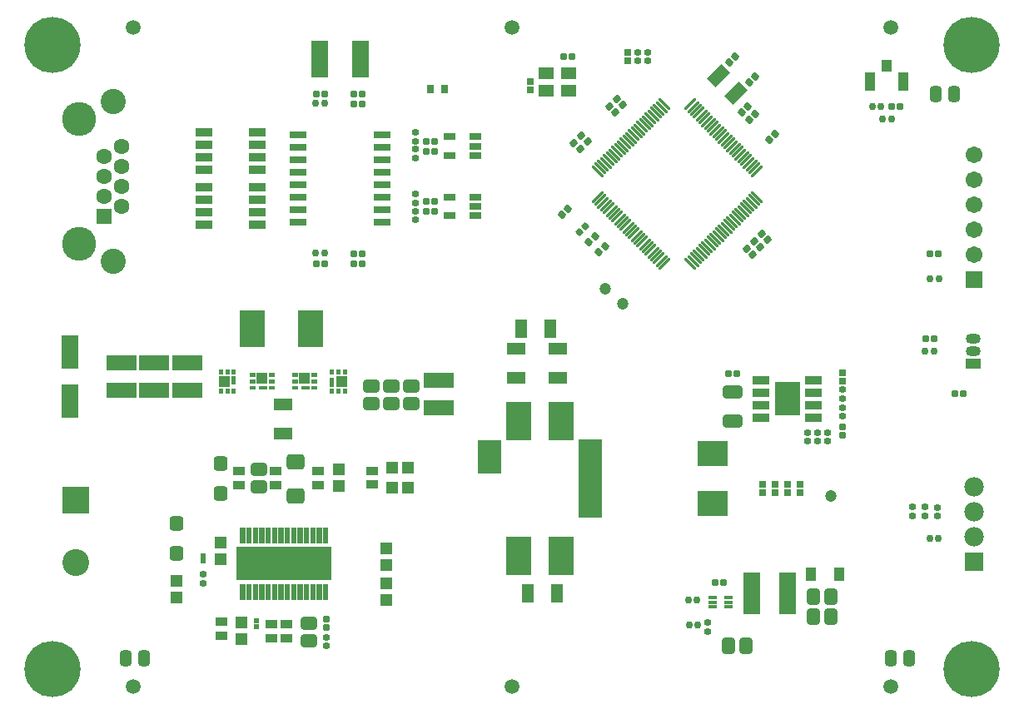
<source format=gts>
G04*
G04 #@! TF.GenerationSoftware,Altium Limited,Altium Designer,24.1.2 (44)*
G04*
G04 Layer_Color=8388736*
%FSLAX44Y44*%
%MOMM*%
G71*
G04*
G04 #@! TF.SameCoordinates,BB806972-894B-4990-B732-A97902CF1386*
G04*
G04*
G04 #@! TF.FilePolarity,Negative*
G04*
G01*
G75*
%ADD27R,0.7000X0.9000*%
%ADD30R,1.6510X0.7620*%
%ADD32R,0.3000X0.4500*%
%ADD33R,0.4500X0.3000*%
%ADD41R,3.0988X2.5654*%
%ADD69R,0.4500X1.5000*%
%ADD71R,1.3016X0.7016*%
G04:AMPARAMS|DCode=72|XSize=1.5032mm|YSize=1.8032mm|CornerRadius=0.2641mm|HoleSize=0mm|Usage=FLASHONLY|Rotation=270.000|XOffset=0mm|YOffset=0mm|HoleType=Round|Shape=RoundedRectangle|*
%AMROUNDEDRECTD72*
21,1,1.5032,1.2750,0,0,270.0*
21,1,0.9750,1.8032,0,0,270.0*
1,1,0.5282,-0.6375,-0.4875*
1,1,0.5282,-0.6375,0.4875*
1,1,0.5282,0.6375,0.4875*
1,1,0.5282,0.6375,-0.4875*
%
%ADD72ROUNDEDRECTD72*%
%ADD73R,1.1430X0.8636*%
G04:AMPARAMS|DCode=74|XSize=0.69mm|YSize=0.74mm|CornerRadius=0.2004mm|HoleSize=0mm|Usage=FLASHONLY|Rotation=45.000|XOffset=0mm|YOffset=0mm|HoleType=Round|Shape=RoundedRectangle|*
%AMROUNDEDRECTD74*
21,1,0.6900,0.3391,0,0,45.0*
21,1,0.2891,0.7400,0,0,45.0*
1,1,0.4009,0.2221,-0.0177*
1,1,0.4009,0.0177,-0.2221*
1,1,0.4009,-0.2221,0.0177*
1,1,0.4009,-0.0177,0.2221*
%
%ADD74ROUNDEDRECTD74*%
G04:AMPARAMS|DCode=75|XSize=0.6mm|YSize=0.7mm|CornerRadius=0.18mm|HoleSize=0mm|Usage=FLASHONLY|Rotation=225.000|XOffset=0mm|YOffset=0mm|HoleType=Round|Shape=RoundedRectangle|*
%AMROUNDEDRECTD75*
21,1,0.6000,0.3400,0,0,225.0*
21,1,0.2400,0.7000,0,0,225.0*
1,1,0.3600,-0.2051,0.0354*
1,1,0.3600,-0.0354,0.2051*
1,1,0.3600,0.2051,-0.0354*
1,1,0.3600,0.0354,-0.2051*
%
%ADD75ROUNDEDRECTD75*%
G04:AMPARAMS|DCode=76|XSize=1.1732mm|YSize=1.6232mm|CornerRadius=0.3393mm|HoleSize=0mm|Usage=FLASHONLY|Rotation=180.000|XOffset=0mm|YOffset=0mm|HoleType=Round|Shape=RoundedRectangle|*
%AMROUNDEDRECTD76*
21,1,1.1732,0.9447,0,0,180.0*
21,1,0.4947,1.6232,0,0,180.0*
1,1,0.6785,-0.2474,0.4723*
1,1,0.6785,0.2474,0.4723*
1,1,0.6785,0.2474,-0.4723*
1,1,0.6785,-0.2474,-0.4723*
%
%ADD76ROUNDEDRECTD76*%
%ADD77R,3.0132X1.5732*%
%ADD78R,0.9500X1.0000*%
%ADD79R,0.3000X0.7500*%
%ADD80R,1.0000X0.9500*%
%ADD81R,0.7500X0.3000*%
%ADD82R,1.7292X0.9032*%
G04:AMPARAMS|DCode=83|XSize=0.6mm|YSize=0.7mm|CornerRadius=0.18mm|HoleSize=0mm|Usage=FLASHONLY|Rotation=90.000|XOffset=0mm|YOffset=0mm|HoleType=Round|Shape=RoundedRectangle|*
%AMROUNDEDRECTD83*
21,1,0.6000,0.3400,0,0,90.0*
21,1,0.2400,0.7000,0,0,90.0*
1,1,0.3600,0.1700,0.1200*
1,1,0.3600,0.1700,-0.1200*
1,1,0.3600,-0.1700,-0.1200*
1,1,0.3600,-0.1700,0.1200*
%
%ADD83ROUNDEDRECTD83*%
G04:AMPARAMS|DCode=84|XSize=0.69mm|YSize=0.74mm|CornerRadius=0.2004mm|HoleSize=0mm|Usage=FLASHONLY|Rotation=0.000|XOffset=0mm|YOffset=0mm|HoleType=Round|Shape=RoundedRectangle|*
%AMROUNDEDRECTD84*
21,1,0.6900,0.3391,0,0,0.0*
21,1,0.2891,0.7400,0,0,0.0*
1,1,0.4009,0.1446,-0.1696*
1,1,0.4009,-0.1446,-0.1696*
1,1,0.4009,-0.1446,0.1696*
1,1,0.4009,0.1446,0.1696*
%
%ADD84ROUNDEDRECTD84*%
G04:AMPARAMS|DCode=85|XSize=0.6mm|YSize=0.7mm|CornerRadius=0.18mm|HoleSize=0mm|Usage=FLASHONLY|Rotation=0.000|XOffset=0mm|YOffset=0mm|HoleType=Round|Shape=RoundedRectangle|*
%AMROUNDEDRECTD85*
21,1,0.6000,0.3400,0,0,0.0*
21,1,0.2400,0.7000,0,0,0.0*
1,1,0.3600,0.1200,-0.1700*
1,1,0.3600,-0.1200,-0.1700*
1,1,0.3600,-0.1200,0.1700*
1,1,0.3600,0.1200,0.1700*
%
%ADD85ROUNDEDRECTD85*%
%ADD86R,1.7232X3.7132*%
%ADD87R,2.6032X3.5032*%
%ADD88R,1.7032X0.8532*%
G04:AMPARAMS|DCode=89|XSize=0.64mm|YSize=0.7mm|CornerRadius=0.1904mm|HoleSize=0mm|Usage=FLASHONLY|Rotation=180.000|XOffset=0mm|YOffset=0mm|HoleType=Round|Shape=RoundedRectangle|*
%AMROUNDEDRECTD89*
21,1,0.6400,0.3192,0,0,180.0*
21,1,0.2592,0.7000,0,0,180.0*
1,1,0.3808,-0.1296,0.1596*
1,1,0.3808,0.1296,0.1596*
1,1,0.3808,0.1296,-0.1596*
1,1,0.3808,-0.1296,-0.1596*
%
%ADD89ROUNDEDRECTD89*%
%ADD90C,1.2032*%
G04:AMPARAMS|DCode=91|XSize=1.3632mm|YSize=2.0232mm|CornerRadius=0.351mm|HoleSize=0mm|Usage=FLASHONLY|Rotation=270.000|XOffset=0mm|YOffset=0mm|HoleType=Round|Shape=RoundedRectangle|*
%AMROUNDEDRECTD91*
21,1,1.3632,1.3212,0,0,270.0*
21,1,0.6612,2.0232,0,0,270.0*
1,1,0.7020,-0.6606,-0.3306*
1,1,0.7020,-0.6606,0.3306*
1,1,0.7020,0.6606,0.3306*
1,1,0.7020,0.6606,-0.3306*
%
%ADD91ROUNDEDRECTD91*%
G04:AMPARAMS|DCode=92|XSize=0.69mm|YSize=0.74mm|CornerRadius=0.2004mm|HoleSize=0mm|Usage=FLASHONLY|Rotation=90.000|XOffset=0mm|YOffset=0mm|HoleType=Round|Shape=RoundedRectangle|*
%AMROUNDEDRECTD92*
21,1,0.6900,0.3391,0,0,90.0*
21,1,0.2891,0.7400,0,0,90.0*
1,1,0.4009,0.1696,0.1446*
1,1,0.4009,0.1696,-0.1446*
1,1,0.4009,-0.1696,-0.1446*
1,1,0.4009,-0.1696,0.1446*
%
%ADD92ROUNDEDRECTD92*%
G04:AMPARAMS|DCode=93|XSize=0.64mm|YSize=0.7mm|CornerRadius=0.1904mm|HoleSize=0mm|Usage=FLASHONLY|Rotation=270.000|XOffset=0mm|YOffset=0mm|HoleType=Round|Shape=RoundedRectangle|*
%AMROUNDEDRECTD93*
21,1,0.6400,0.3192,0,0,270.0*
21,1,0.2592,0.7000,0,0,270.0*
1,1,0.3808,-0.1596,-0.1296*
1,1,0.3808,-0.1596,0.1296*
1,1,0.3808,0.1596,0.1296*
1,1,0.3808,0.1596,-0.1296*
%
%ADD93ROUNDEDRECTD93*%
%ADD94R,0.9516X0.4016*%
G04:AMPARAMS|DCode=95|XSize=1.3632mm|YSize=1.6732mm|CornerRadius=0.351mm|HoleSize=0mm|Usage=FLASHONLY|Rotation=0.000|XOffset=0mm|YOffset=0mm|HoleType=Round|Shape=RoundedRectangle|*
%AMROUNDEDRECTD95*
21,1,1.3632,0.9712,0,0,0.0*
21,1,0.6612,1.6732,0,0,0.0*
1,1,0.7020,0.3306,-0.4856*
1,1,0.7020,-0.3306,-0.4856*
1,1,0.7020,-0.3306,0.4856*
1,1,0.7020,0.3306,0.4856*
%
%ADD95ROUNDEDRECTD95*%
%ADD96R,1.7032X4.2032*%
%ADD97R,1.1132X1.4232*%
G04:AMPARAMS|DCode=98|XSize=0.334mm|YSize=1.564mm|CornerRadius=0.095mm|HoleSize=0mm|Usage=FLASHONLY|Rotation=225.000|XOffset=0mm|YOffset=0mm|HoleType=Round|Shape=RoundedRectangle|*
%AMROUNDEDRECTD98*
21,1,0.3340,1.3740,0,0,225.0*
21,1,0.1440,1.5640,0,0,225.0*
1,1,0.1900,-0.5367,0.4349*
1,1,0.1900,-0.4349,0.5367*
1,1,0.1900,0.5367,-0.4349*
1,1,0.1900,0.4349,-0.5367*
%
%ADD98ROUNDEDRECTD98*%
G04:AMPARAMS|DCode=99|XSize=0.334mm|YSize=1.564mm|CornerRadius=0.095mm|HoleSize=0mm|Usage=FLASHONLY|Rotation=315.000|XOffset=0mm|YOffset=0mm|HoleType=Round|Shape=RoundedRectangle|*
%AMROUNDEDRECTD99*
21,1,0.3340,1.3740,0,0,315.0*
21,1,0.1440,1.5640,0,0,315.0*
1,1,0.1900,-0.4349,-0.5367*
1,1,0.1900,-0.5367,-0.4349*
1,1,0.1900,0.4349,0.5367*
1,1,0.1900,0.5367,0.4349*
%
%ADD99ROUNDEDRECTD99*%
%ADD100R,1.0032X1.9032*%
%ADD101R,1.0032X1.3032*%
G04:AMPARAMS|DCode=102|XSize=0.69mm|YSize=0.74mm|CornerRadius=0.2004mm|HoleSize=0mm|Usage=FLASHONLY|Rotation=135.000|XOffset=0mm|YOffset=0mm|HoleType=Round|Shape=RoundedRectangle|*
%AMROUNDEDRECTD102*
21,1,0.6900,0.3391,0,0,135.0*
21,1,0.2891,0.7400,0,0,135.0*
1,1,0.4009,0.0177,0.2221*
1,1,0.4009,0.2221,0.0177*
1,1,0.4009,-0.0177,-0.2221*
1,1,0.4009,-0.2221,-0.0177*
%
%ADD102ROUNDEDRECTD102*%
%ADD103R,1.5032X1.3032*%
G04:AMPARAMS|DCode=104|XSize=1.3032mm|YSize=2.1032mm|CornerRadius=0mm|HoleSize=0mm|Usage=FLASHONLY|Rotation=315.000|XOffset=0mm|YOffset=0mm|HoleType=Round|Shape=Rectangle|*
%AMROTATEDRECTD104*
4,1,4,-1.2044,-0.2828,0.2828,1.2044,1.2044,0.2828,-0.2828,-1.2044,-1.2044,-0.2828,0.0*
%
%ADD104ROTATEDRECTD104*%

%ADD105R,1.9000X1.2500*%
%ADD106R,2.6000X3.9000*%
%ADD107R,2.4000X3.5000*%
%ADD108R,2.4000X8.0000*%
%ADD109R,1.2500X1.9000*%
%ADD110R,1.2954X1.2192*%
G04:AMPARAMS|DCode=111|XSize=1.3632mm|YSize=1.6732mm|CornerRadius=0.351mm|HoleSize=0mm|Usage=FLASHONLY|Rotation=270.000|XOffset=0mm|YOffset=0mm|HoleType=Round|Shape=RoundedRectangle|*
%AMROUNDEDRECTD111*
21,1,1.3632,0.9712,0,0,270.0*
21,1,0.6612,1.6732,0,0,270.0*
1,1,0.7020,-0.4856,-0.3306*
1,1,0.7020,-0.4856,0.3306*
1,1,0.7020,0.4856,0.3306*
1,1,0.7020,0.4856,-0.3306*
%
%ADD111ROUNDEDRECTD111*%
%ADD112R,2.5532X3.6932*%
%ADD113R,0.5016X0.4816*%
G04:AMPARAMS|DCode=114|XSize=1.4532mm|YSize=1.3632mm|CornerRadius=0.2466mm|HoleSize=0mm|Usage=FLASHONLY|Rotation=90.000|XOffset=0mm|YOffset=0mm|HoleType=Round|Shape=RoundedRectangle|*
%AMROUNDEDRECTD114*
21,1,1.4532,0.8700,0,0,90.0*
21,1,0.9600,1.3632,0,0,90.0*
1,1,0.4932,0.4350,0.4800*
1,1,0.4932,0.4350,-0.4800*
1,1,0.4932,-0.4350,-0.4800*
1,1,0.4932,-0.4350,0.4800*
%
%ADD114ROUNDEDRECTD114*%
%ADD115R,1.8032X3.4032*%
%ADD116R,9.7000X3.4000*%
%ADD117R,1.2192X1.2954*%
%ADD118C,1.5000*%
%ADD119C,5.7032*%
%ADD120R,1.9812X1.9812*%
%ADD121C,1.9812*%
%ADD122O,1.5240X1.0160*%
%ADD123R,1.5240X1.0160*%
%ADD124C,1.7032*%
%ADD125R,1.7032X1.7032*%
%ADD126C,3.4532*%
%ADD127C,2.5582*%
%ADD128C,1.6012*%
%ADD129R,1.6012X1.6012*%
%ADD130C,2.7300*%
%ADD131R,2.7300X2.7300*%
G36*
X331830Y332020D02*
X327830D01*
Y337520D01*
X331830D01*
Y332020D01*
D02*
G37*
G36*
X325330D02*
X321330D01*
Y337520D01*
X325330D01*
Y332020D01*
D02*
G37*
G36*
X318830D02*
X314830D01*
Y337520D01*
X318830D01*
Y332020D01*
D02*
G37*
G36*
X218950Y332020D02*
X214950D01*
Y337520D01*
X218950D01*
Y332020D01*
D02*
G37*
G36*
X212450D02*
X208450D01*
Y337520D01*
X212450D01*
Y332020D01*
D02*
G37*
G36*
X205950D02*
X201950D01*
Y337520D01*
X205950D01*
Y332020D01*
D02*
G37*
G36*
X301390Y329520D02*
X295890D01*
Y333520D01*
X301390D01*
Y329520D01*
D02*
G37*
G36*
X281890D02*
X276390D01*
Y333520D01*
X281890D01*
Y329520D01*
D02*
G37*
G36*
X258210D02*
X252710D01*
Y333520D01*
X258210D01*
Y329520D01*
D02*
G37*
G36*
X238710D02*
X233210D01*
Y333520D01*
X238710D01*
Y329520D01*
D02*
G37*
G36*
X301390Y323020D02*
X295890D01*
Y327020D01*
X301390D01*
Y323020D01*
D02*
G37*
G36*
X294390D02*
X283390D01*
Y333520D01*
X294390D01*
Y323020D01*
D02*
G37*
G36*
X281890D02*
X276390D01*
Y327020D01*
X281890D01*
Y323020D01*
D02*
G37*
G36*
X258210D02*
X252710D01*
Y327020D01*
X258210D01*
Y323020D01*
D02*
G37*
G36*
X251210D02*
X240210D01*
Y333520D01*
X251210D01*
Y323020D01*
D02*
G37*
G36*
X238710D02*
X233210D01*
Y327020D01*
X238710D01*
Y323020D01*
D02*
G37*
G36*
X218950Y321720D02*
X214950D01*
Y330220D01*
X218950D01*
Y321720D01*
D02*
G37*
G36*
X318830Y319820D02*
X314830D01*
Y328320D01*
X318830D01*
Y319820D01*
D02*
G37*
G36*
X331830Y319520D02*
X321330D01*
Y330520D01*
X331830D01*
Y319520D01*
D02*
G37*
G36*
X212450Y319520D02*
X201950D01*
Y330520D01*
X212450D01*
Y319520D01*
D02*
G37*
G36*
X301390Y316520D02*
X295890D01*
Y320520D01*
X301390D01*
Y316520D01*
D02*
G37*
G36*
X294090D02*
X285590D01*
Y320520D01*
X294090D01*
Y316520D01*
D02*
G37*
G36*
X281890D02*
X276390D01*
Y320520D01*
X281890D01*
Y316520D01*
D02*
G37*
G36*
X258210D02*
X252710D01*
Y320520D01*
X258210D01*
Y316520D01*
D02*
G37*
G36*
X250910D02*
X242410D01*
Y320520D01*
X250910D01*
Y316520D01*
D02*
G37*
G36*
X238710D02*
X233210D01*
Y320520D01*
X238710D01*
Y316520D01*
D02*
G37*
G36*
X331830Y312520D02*
X327830D01*
Y318020D01*
X331830D01*
Y312520D01*
D02*
G37*
G36*
X325330D02*
X321330D01*
Y318020D01*
X325330D01*
Y312520D01*
D02*
G37*
G36*
X318830D02*
X314830D01*
Y318020D01*
X318830D01*
Y312520D01*
D02*
G37*
G36*
X218950Y312520D02*
X214950D01*
Y318020D01*
X218950D01*
Y312520D01*
D02*
G37*
G36*
X212450D02*
X208450D01*
Y318020D01*
X212450D01*
Y312520D01*
D02*
G37*
G36*
X205950D02*
X201950D01*
Y318020D01*
X205950D01*
Y312520D01*
D02*
G37*
G36*
X313160Y160600D02*
X307660D01*
Y176600D01*
X313160D01*
Y160600D01*
D02*
G37*
G36*
X306660D02*
X301160D01*
Y176600D01*
X306660D01*
Y160600D01*
D02*
G37*
G36*
X300160D02*
X294660D01*
Y176600D01*
X300160D01*
Y160600D01*
D02*
G37*
G36*
X293660D02*
X288160D01*
Y176600D01*
X293660D01*
Y160600D01*
D02*
G37*
G36*
X287160D02*
X281660D01*
Y176600D01*
X287160D01*
Y160600D01*
D02*
G37*
G36*
X280660D02*
X275160D01*
Y176600D01*
X280660D01*
Y160600D01*
D02*
G37*
G36*
X274160D02*
X268660D01*
Y176600D01*
X274160D01*
Y160600D01*
D02*
G37*
G36*
X267660D02*
X262160D01*
Y176600D01*
X267660D01*
Y160600D01*
D02*
G37*
G36*
X261160D02*
X255660D01*
Y176600D01*
X261160D01*
Y160600D01*
D02*
G37*
G36*
X254660D02*
X249160D01*
Y176600D01*
X254660D01*
Y160600D01*
D02*
G37*
G36*
X248160D02*
X242660D01*
Y176600D01*
X248160D01*
Y160600D01*
D02*
G37*
G36*
X241660D02*
X236160D01*
Y176600D01*
X241660D01*
Y160600D01*
D02*
G37*
G36*
X235160D02*
X229660D01*
Y176600D01*
X235160D01*
Y160600D01*
D02*
G37*
G36*
X228660D02*
X223160D01*
Y176600D01*
X228660D01*
Y160600D01*
D02*
G37*
G36*
X294060Y124100D02*
X242260D01*
Y155100D01*
X294060D01*
Y124100D01*
D02*
G37*
G36*
X313160Y102600D02*
X307660D01*
Y118600D01*
X313160D01*
Y102600D01*
D02*
G37*
G36*
X306660D02*
X301160D01*
Y118600D01*
X306660D01*
Y102600D01*
D02*
G37*
G36*
X300160D02*
X294660D01*
Y118600D01*
X300160D01*
Y102600D01*
D02*
G37*
G36*
X293660D02*
X288160D01*
Y118600D01*
X293660D01*
Y102600D01*
D02*
G37*
G36*
X287160D02*
X281660D01*
Y118600D01*
X287160D01*
Y102600D01*
D02*
G37*
G36*
X280660D02*
X275160D01*
Y118600D01*
X280660D01*
Y102600D01*
D02*
G37*
G36*
X274160D02*
X268660D01*
Y118600D01*
X274160D01*
Y102600D01*
D02*
G37*
G36*
X267660D02*
X262160D01*
Y118600D01*
X267660D01*
Y102600D01*
D02*
G37*
G36*
X261160D02*
X255660D01*
Y118600D01*
X261160D01*
Y102600D01*
D02*
G37*
G36*
X254660D02*
X249160D01*
Y118600D01*
X254660D01*
Y102600D01*
D02*
G37*
G36*
X248160D02*
X242660D01*
Y118600D01*
X248160D01*
Y102600D01*
D02*
G37*
G36*
X241660D02*
X236160D01*
Y118600D01*
X241660D01*
Y102600D01*
D02*
G37*
G36*
X235160D02*
X229660D01*
Y118600D01*
X235160D01*
Y102600D01*
D02*
G37*
G36*
X228660D02*
X223160D01*
Y118600D01*
X228660D01*
Y102600D01*
D02*
G37*
D27*
X431180Y622300D02*
D03*
X417180D02*
D03*
D30*
X282575Y499750D02*
D03*
Y487050D02*
D03*
Y512450D02*
D03*
Y525150D02*
D03*
Y563250D02*
D03*
Y550550D02*
D03*
Y575950D02*
D03*
Y537850D02*
D03*
X367665Y487050D02*
D03*
Y512450D02*
D03*
Y499750D02*
D03*
Y525150D02*
D03*
Y537850D02*
D03*
Y575950D02*
D03*
Y563250D02*
D03*
Y550550D02*
D03*
D32*
X210450Y334770D02*
D03*
X203950D02*
D03*
X216950D02*
D03*
X210450Y315270D02*
D03*
X216950D02*
D03*
X203950D02*
D03*
X329830Y334770D02*
D03*
X316830D02*
D03*
X323330D02*
D03*
X316830Y315270D02*
D03*
X329830D02*
D03*
X323330D02*
D03*
D33*
X255460Y325020D02*
D03*
Y331520D02*
D03*
Y318520D02*
D03*
X235960Y325020D02*
D03*
Y318520D02*
D03*
Y331520D02*
D03*
X279140D02*
D03*
Y318520D02*
D03*
Y325020D02*
D03*
X298640Y318520D02*
D03*
Y331520D02*
D03*
Y325020D02*
D03*
D41*
X703580Y201168D02*
D03*
Y251460D02*
D03*
D69*
X225910Y110600D02*
D03*
X232410D02*
D03*
X238910D02*
D03*
X245410D02*
D03*
X251910D02*
D03*
X258410D02*
D03*
X264910D02*
D03*
X271410D02*
D03*
X277910D02*
D03*
X284410D02*
D03*
X290910D02*
D03*
X297410D02*
D03*
X303910D02*
D03*
X310410D02*
D03*
Y168600D02*
D03*
X303910D02*
D03*
X297410D02*
D03*
X290910D02*
D03*
X284410D02*
D03*
X277910D02*
D03*
X271410D02*
D03*
X264910D02*
D03*
X258410D02*
D03*
X251910D02*
D03*
X245410D02*
D03*
X238910D02*
D03*
X232410D02*
D03*
X225910D02*
D03*
D71*
X462581Y555020D02*
D03*
Y564520D02*
D03*
Y574020D02*
D03*
X436579D02*
D03*
Y555020D02*
D03*
Y493420D02*
D03*
Y512420D02*
D03*
X462581D02*
D03*
Y502920D02*
D03*
Y493420D02*
D03*
D72*
X279400Y208810D02*
D03*
Y243310D02*
D03*
D73*
X259080Y219812D02*
D03*
Y234036D02*
D03*
X204660Y66448D02*
D03*
Y80672D02*
D03*
X222440Y219812D02*
D03*
Y234036D02*
D03*
X270700Y63908D02*
D03*
Y78132D02*
D03*
X302260Y219812D02*
D03*
Y234036D02*
D03*
X255460Y63908D02*
D03*
Y78132D02*
D03*
X358040Y220028D02*
D03*
Y234252D02*
D03*
D74*
X584200Y472440D02*
D03*
X578190Y466430D02*
D03*
X556725Y500845D02*
D03*
X550715Y494835D02*
D03*
X767545Y577045D02*
D03*
X761535Y571035D02*
D03*
X739605Y604985D02*
D03*
X733595Y598975D02*
D03*
X588350Y456270D02*
D03*
X594360Y462280D02*
D03*
X747225Y597365D02*
D03*
X741215Y591355D02*
D03*
X747225Y635465D02*
D03*
X741215Y629455D02*
D03*
X726905Y655785D02*
D03*
X720895Y649775D02*
D03*
D75*
X568318Y476878D02*
D03*
X574682Y483242D02*
D03*
D76*
X106680Y43180D02*
D03*
X125280D02*
D03*
X884780D02*
D03*
X903380D02*
D03*
X930500Y617220D02*
D03*
X949100D02*
D03*
D77*
X103060Y315900D02*
D03*
Y344300D02*
D03*
X136080Y315900D02*
D03*
Y344300D02*
D03*
X170000Y315800D02*
D03*
Y344200D02*
D03*
X425640Y298120D02*
D03*
Y326520D02*
D03*
D78*
X207200Y325020D02*
D03*
X326580Y325020D02*
D03*
D79*
X216950Y325970D02*
D03*
X316830Y324070D02*
D03*
D80*
X245710Y328270D02*
D03*
X288890D02*
D03*
D81*
X246660Y318520D02*
D03*
X289840D02*
D03*
D82*
X186240Y484510D02*
D03*
Y509910D02*
D03*
Y522610D02*
D03*
Y497210D02*
D03*
X240480Y484510D02*
D03*
Y522610D02*
D03*
Y497210D02*
D03*
Y509910D02*
D03*
X186240Y540390D02*
D03*
Y565790D02*
D03*
Y578490D02*
D03*
Y553090D02*
D03*
X240480Y540390D02*
D03*
Y578490D02*
D03*
Y553090D02*
D03*
Y565790D02*
D03*
D83*
X401320Y498480D02*
D03*
Y489480D02*
D03*
Y515680D02*
D03*
Y506680D02*
D03*
Y561400D02*
D03*
Y552400D02*
D03*
Y578600D02*
D03*
Y569600D02*
D03*
X835660Y307920D02*
D03*
Y316920D02*
D03*
X800100Y273160D02*
D03*
Y264160D02*
D03*
X810260D02*
D03*
Y273160D02*
D03*
X835660Y289560D02*
D03*
Y298560D02*
D03*
X820420Y264160D02*
D03*
Y273160D02*
D03*
X932340Y196960D02*
D03*
Y187960D02*
D03*
X919640Y197540D02*
D03*
Y188540D02*
D03*
X906940D02*
D03*
Y197540D02*
D03*
X698980Y79620D02*
D03*
Y70620D02*
D03*
X185420Y128960D02*
D03*
Y119960D02*
D03*
X311340Y64780D02*
D03*
Y55780D02*
D03*
X627500Y660000D02*
D03*
Y651000D02*
D03*
X637500D02*
D03*
Y660000D02*
D03*
D84*
X420810Y498480D02*
D03*
X412310D02*
D03*
Y508640D02*
D03*
X420810D02*
D03*
X338650Y607700D02*
D03*
X347150D02*
D03*
Y617860D02*
D03*
X338650D02*
D03*
X420810Y559440D02*
D03*
X412310D02*
D03*
Y569600D02*
D03*
X420810D02*
D03*
X338650Y455300D02*
D03*
X347150D02*
D03*
Y445140D02*
D03*
X338650D02*
D03*
X309050Y617860D02*
D03*
X300550D02*
D03*
X309050Y445140D02*
D03*
X300550D02*
D03*
X920310Y368300D02*
D03*
X928810D02*
D03*
X958460Y312420D02*
D03*
X949960D02*
D03*
X715100Y120840D02*
D03*
X706600D02*
D03*
X924560Y454660D02*
D03*
X933060D02*
D03*
X894320Y604520D02*
D03*
X885820D02*
D03*
X552010Y655320D02*
D03*
X560510D02*
D03*
D85*
X309100Y608062D02*
D03*
X300100D02*
D03*
X309100Y455662D02*
D03*
X300100D02*
D03*
X920060Y355600D02*
D03*
X929060D02*
D03*
X924720Y165100D02*
D03*
X933720D02*
D03*
X679820Y77660D02*
D03*
X688820D02*
D03*
X688240Y103060D02*
D03*
X679240D02*
D03*
X925140Y429260D02*
D03*
X934140D02*
D03*
X875080Y604520D02*
D03*
X866080D02*
D03*
X885880Y591820D02*
D03*
X876880D02*
D03*
D86*
X345540Y652780D02*
D03*
X304700D02*
D03*
D87*
X779780Y307340D02*
D03*
D88*
X806780Y326390D02*
D03*
Y313690D02*
D03*
Y300990D02*
D03*
Y288290D02*
D03*
X752780D02*
D03*
Y300990D02*
D03*
Y313690D02*
D03*
Y326390D02*
D03*
D89*
X719600Y332740D02*
D03*
X728200D02*
D03*
D90*
X824040Y208380D02*
D03*
X612140Y403860D02*
D03*
X594360Y419100D02*
D03*
D91*
X723900Y284970D02*
D03*
Y314470D02*
D03*
D92*
X754380Y220150D02*
D03*
Y211650D02*
D03*
X767080Y220150D02*
D03*
Y211650D02*
D03*
X779780Y220150D02*
D03*
Y211650D02*
D03*
X792480Y220150D02*
D03*
Y211650D02*
D03*
X835660Y333620D02*
D03*
Y325120D02*
D03*
X518160Y629920D02*
D03*
Y621420D02*
D03*
X617500Y659550D02*
D03*
Y651050D02*
D03*
D93*
X835660Y270020D02*
D03*
Y278620D02*
D03*
X311340Y74340D02*
D03*
Y82940D02*
D03*
D94*
X719680Y95520D02*
D03*
Y100520D02*
D03*
Y105520D02*
D03*
X703680D02*
D03*
Y100520D02*
D03*
Y95520D02*
D03*
D95*
X737730Y55880D02*
D03*
X720230D02*
D03*
X824190Y105980D02*
D03*
X806690D02*
D03*
X824190Y85660D02*
D03*
X806690D02*
D03*
D96*
X744000Y109220D02*
D03*
X780000D02*
D03*
D97*
X803480Y128840D02*
D03*
X832480D02*
D03*
D98*
X740640Y504072D02*
D03*
X734983Y498415D02*
D03*
X737812Y501243D02*
D03*
X749125Y512557D02*
D03*
X743468Y506900D02*
D03*
X746297Y509729D02*
D03*
X723669Y487101D02*
D03*
X718012Y481444D02*
D03*
X720841Y484273D02*
D03*
X732155Y495587D02*
D03*
X726498Y489930D02*
D03*
X729326Y492758D02*
D03*
X703870Y467302D02*
D03*
X698214Y461645D02*
D03*
X701042Y464474D02*
D03*
X712356Y475788D02*
D03*
X715184Y478616D02*
D03*
X706699Y470131D02*
D03*
X709527Y472959D02*
D03*
X686900Y450332D02*
D03*
X689728Y453160D02*
D03*
X681243Y444675D02*
D03*
X684071Y447503D02*
D03*
X692557Y455989D02*
D03*
X695385Y458817D02*
D03*
X643483Y595572D02*
D03*
X646312Y598400D02*
D03*
X654797Y606885D02*
D03*
X649140Y601228D02*
D03*
X651969Y604057D02*
D03*
X632170Y584258D02*
D03*
X634998Y587086D02*
D03*
X626513Y578601D02*
D03*
X629341Y581429D02*
D03*
X637826Y589915D02*
D03*
X640655Y592743D02*
D03*
X612371Y564459D02*
D03*
X606714Y558802D02*
D03*
X609542Y561630D02*
D03*
X620856Y572944D02*
D03*
X623684Y575772D02*
D03*
X615199Y567287D02*
D03*
X618028Y570116D02*
D03*
X592572Y544660D02*
D03*
X595400Y547488D02*
D03*
X586915Y539003D02*
D03*
X589743Y541831D02*
D03*
X601057Y553145D02*
D03*
X603885Y555974D02*
D03*
X598228Y550317D02*
D03*
D99*
X726498Y561630D02*
D03*
X723669Y564459D02*
D03*
X732155Y555974D02*
D03*
X729326Y558802D02*
D03*
X746297Y541831D02*
D03*
X743468Y544660D02*
D03*
X749125Y539003D02*
D03*
X737812Y550317D02*
D03*
X734983Y553145D02*
D03*
X740640Y547488D02*
D03*
X629341Y470131D02*
D03*
X626513Y472959D02*
D03*
X634998Y464474D02*
D03*
X632170Y467302D02*
D03*
X651969Y447503D02*
D03*
X649140Y450332D02*
D03*
X654797Y444675D02*
D03*
X640655Y458817D02*
D03*
X637826Y461645D02*
D03*
X646312Y453160D02*
D03*
X643483Y455989D02*
D03*
X692557Y595572D02*
D03*
X698214Y589915D02*
D03*
X695385Y592743D02*
D03*
X684071Y604057D02*
D03*
X681243Y606885D02*
D03*
X689728Y598400D02*
D03*
X686900Y601228D02*
D03*
X715184Y572944D02*
D03*
X712356Y575772D02*
D03*
X720841Y567287D02*
D03*
X718012Y570116D02*
D03*
X703870Y584258D02*
D03*
X701042Y587086D02*
D03*
X709527Y578601D02*
D03*
X706699Y581429D02*
D03*
X595400Y504072D02*
D03*
X601057Y498415D02*
D03*
X598228Y501243D02*
D03*
X589743Y509729D02*
D03*
X586915Y512557D02*
D03*
X592572Y506900D02*
D03*
X618028Y481444D02*
D03*
X615199Y484273D02*
D03*
X623684Y475788D02*
D03*
X620856Y478616D02*
D03*
X606714Y492758D02*
D03*
X603885Y495587D02*
D03*
X612371Y487101D02*
D03*
X609542Y489930D02*
D03*
D100*
X863740Y629920D02*
D03*
X897740D02*
D03*
D101*
X880740Y646420D02*
D03*
D102*
X570570Y574970D02*
D03*
X576580Y568960D02*
D03*
X562950Y567350D02*
D03*
X568960Y561340D02*
D03*
X738675Y460205D02*
D03*
X744685Y454195D02*
D03*
X752305Y461815D02*
D03*
X746295Y467825D02*
D03*
X759925Y469435D02*
D03*
X753915Y475445D02*
D03*
X598975Y604985D02*
D03*
X604985Y598975D02*
D03*
X606595Y612605D02*
D03*
X612605Y606595D02*
D03*
D103*
X534600Y638920D02*
D03*
X557600D02*
D03*
X534600Y620920D02*
D03*
X557600D02*
D03*
D104*
X709981Y636219D02*
D03*
X727659Y618541D02*
D03*
D105*
X504380Y358040D02*
D03*
Y328540D02*
D03*
X546100Y328540D02*
D03*
Y358040D02*
D03*
X266700Y301770D02*
D03*
Y272270D02*
D03*
D106*
X506820Y147400D02*
D03*
Y284400D02*
D03*
X549820Y147400D02*
D03*
Y284400D02*
D03*
D107*
X477320Y248400D02*
D03*
D108*
X579320Y225900D02*
D03*
D109*
X516110Y109220D02*
D03*
X545610D02*
D03*
X508980Y378460D02*
D03*
X538480D02*
D03*
D110*
X372300Y154840D02*
D03*
Y138076D02*
D03*
Y119280D02*
D03*
Y102516D02*
D03*
X158940Y121820D02*
D03*
Y105056D02*
D03*
X203200Y160782D02*
D03*
Y144018D02*
D03*
X324040Y235306D02*
D03*
Y218542D02*
D03*
X224980Y79402D02*
D03*
Y62638D02*
D03*
D111*
X357060Y302450D02*
D03*
Y319950D02*
D03*
X377380Y302450D02*
D03*
Y319950D02*
D03*
X397700Y302450D02*
D03*
Y319950D02*
D03*
X242760Y235674D02*
D03*
Y218174D02*
D03*
X293560Y61140D02*
D03*
Y78640D02*
D03*
D112*
X295120Y378360D02*
D03*
X236120D02*
D03*
D113*
X185420Y147860D02*
D03*
Y142240D02*
D03*
X240220Y81450D02*
D03*
Y75830D02*
D03*
D114*
X158940Y149700D02*
D03*
Y180300D02*
D03*
X203200Y241360D02*
D03*
Y210760D02*
D03*
D115*
X50000Y355000D02*
D03*
Y305000D02*
D03*
D116*
X268160Y139600D02*
D03*
D117*
X377598Y216980D02*
D03*
X394362D02*
D03*
X377598Y237300D02*
D03*
X394362D02*
D03*
D118*
X885000Y15000D02*
D03*
X115000Y685000D02*
D03*
Y15000D02*
D03*
X500000D02*
D03*
X885000Y685000D02*
D03*
X500000D02*
D03*
D119*
X967500Y32500D02*
D03*
Y667500D02*
D03*
X32500D02*
D03*
Y32500D02*
D03*
D120*
X970000Y141900D02*
D03*
D121*
Y167300D02*
D03*
Y192700D02*
D03*
Y218100D02*
D03*
D122*
X968820Y368400D02*
D03*
Y355700D02*
D03*
D123*
Y343000D02*
D03*
D124*
X970000Y479600D02*
D03*
Y454200D02*
D03*
Y555800D02*
D03*
Y505000D02*
D03*
Y530400D02*
D03*
D125*
Y428800D02*
D03*
D126*
X59880Y465340D02*
D03*
Y592340D02*
D03*
D127*
X94180Y610140D02*
D03*
Y447540D02*
D03*
D128*
X103080Y564440D02*
D03*
Y544140D02*
D03*
Y523840D02*
D03*
Y503540D02*
D03*
X85280Y554240D02*
D03*
Y533940D02*
D03*
Y513640D02*
D03*
D129*
Y493340D02*
D03*
D130*
X56350Y140750D02*
D03*
D131*
Y204250D02*
D03*
M02*

</source>
